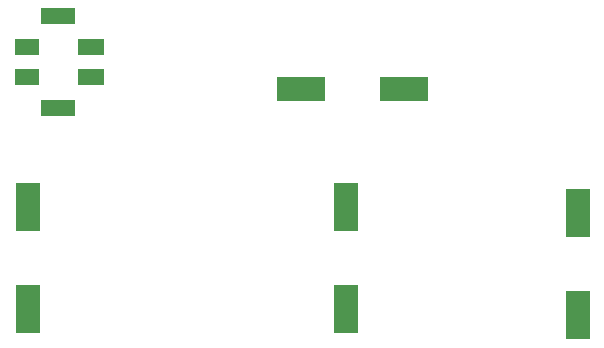
<source format=gbp>
G04*
G04 #@! TF.GenerationSoftware,Altium Limited,Altium Designer,25.8.1 (18)*
G04*
G04 Layer_Color=128*
%FSLAX44Y44*%
%MOMM*%
G71*
G04*
G04 #@! TF.SameCoordinates,F16540CA-DAB0-446D-89C1-54077F02B76C*
G04*
G04*
G04 #@! TF.FilePolarity,Positive*
G04*
G01*
G75*
%ADD50R,2.0000X4.1000*%
%ADD51R,4.1000X2.0000*%
%ADD52R,2.2500X1.3500*%
%ADD53R,2.0700X1.3500*%
%ADD54R,3.0000X1.4000*%
D50*
X722603Y581480D02*
D03*
X525920Y673560D02*
D03*
X256680D02*
D03*
Y586560D02*
D03*
X525920D02*
D03*
X722603Y668480D02*
D03*
D51*
X575218Y773082D02*
D03*
X488218D02*
D03*
D52*
X309980Y808560D02*
D03*
Y783560D02*
D03*
D53*
X255680Y808560D02*
D03*
Y783560D02*
D03*
D54*
X282080Y835060D02*
D03*
Y757060D02*
D03*
M02*

</source>
